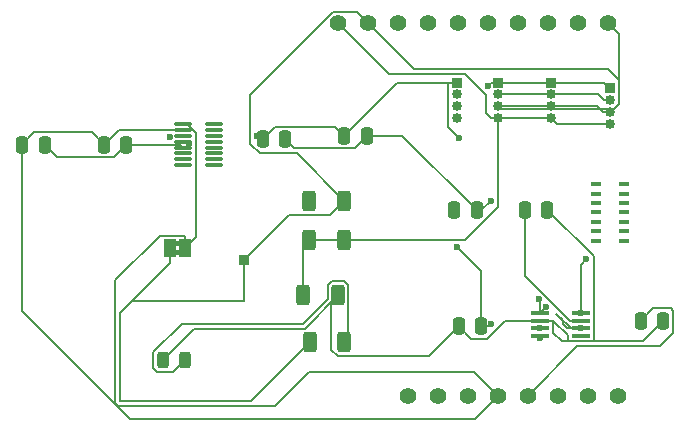
<source format=gbr>
%TF.GenerationSoftware,KiCad,Pcbnew,8.0.5*%
%TF.CreationDate,2024-11-24T20:26:59-06:00*%
%TF.ProjectId,Milestone2,4d696c65-7374-46f6-9e65-322e6b696361,rev?*%
%TF.SameCoordinates,Original*%
%TF.FileFunction,Copper,L1,Top*%
%TF.FilePolarity,Positive*%
%FSLAX46Y46*%
G04 Gerber Fmt 4.6, Leading zero omitted, Abs format (unit mm)*
G04 Created by KiCad (PCBNEW 8.0.5) date 2024-11-24 20:26:59*
%MOMM*%
%LPD*%
G01*
G04 APERTURE LIST*
G04 Aperture macros list*
%AMRoundRect*
0 Rectangle with rounded corners*
0 $1 Rounding radius*
0 $2 $3 $4 $5 $6 $7 $8 $9 X,Y pos of 4 corners*
0 Add a 4 corners polygon primitive as box body*
4,1,4,$2,$3,$4,$5,$6,$7,$8,$9,$2,$3,0*
0 Add four circle primitives for the rounded corners*
1,1,$1+$1,$2,$3*
1,1,$1+$1,$4,$5*
1,1,$1+$1,$6,$7*
1,1,$1+$1,$8,$9*
0 Add four rect primitives between the rounded corners*
20,1,$1+$1,$2,$3,$4,$5,0*
20,1,$1+$1,$4,$5,$6,$7,0*
20,1,$1+$1,$6,$7,$8,$9,0*
20,1,$1+$1,$8,$9,$2,$3,0*%
G04 Aperture macros list end*
%TA.AperFunction,EtchedComponent*%
%ADD10C,0.000000*%
%TD*%
%TA.AperFunction,SMDPad,CuDef*%
%ADD11RoundRect,0.250000X-0.312500X-0.625000X0.312500X-0.625000X0.312500X0.625000X-0.312500X0.625000X0*%
%TD*%
%TA.AperFunction,ComponentPad*%
%ADD12C,1.422000*%
%TD*%
%TA.AperFunction,SMDPad,CuDef*%
%ADD13RoundRect,0.250000X-0.250000X-0.475000X0.250000X-0.475000X0.250000X0.475000X-0.250000X0.475000X0*%
%TD*%
%TA.AperFunction,ComponentPad*%
%ADD14R,0.850000X0.850000*%
%TD*%
%TA.AperFunction,ComponentPad*%
%ADD15O,0.850000X0.850000*%
%TD*%
%TA.AperFunction,SMDPad,CuDef*%
%ADD16RoundRect,0.087500X-0.650000X-0.087500X0.650000X-0.087500X0.650000X0.087500X-0.650000X0.087500X0*%
%TD*%
%TA.AperFunction,SMDPad,CuDef*%
%ADD17R,1.000000X1.500000*%
%TD*%
%TA.AperFunction,SMDPad,CuDef*%
%ADD18RoundRect,0.243750X-0.243750X-0.456250X0.243750X-0.456250X0.243750X0.456250X-0.243750X0.456250X0*%
%TD*%
%TA.AperFunction,SMDPad,CuDef*%
%ADD19R,1.600000X0.300000*%
%TD*%
%TA.AperFunction,SMDPad,CuDef*%
%ADD20RoundRect,0.100000X-0.320000X-0.100000X0.320000X-0.100000X0.320000X0.100000X-0.320000X0.100000X0*%
%TD*%
%TA.AperFunction,ViaPad*%
%ADD21C,0.600000*%
%TD*%
%TA.AperFunction,Conductor*%
%ADD22C,0.200000*%
%TD*%
G04 APERTURE END LIST*
D10*
%TA.AperFunction,EtchedComponent*%
%TO.C,LED1*%
G36*
X143600000Y-88800000D02*
G01*
X143100000Y-88800000D01*
X143100000Y-88400000D01*
X143600000Y-88400000D01*
X143600000Y-88800000D01*
G37*
%TD.AperFunction*%
%TA.AperFunction,EtchedComponent*%
G36*
X143600000Y-89600000D02*
G01*
X143100000Y-89600000D01*
X143100000Y-89200000D01*
X143600000Y-89200000D01*
X143600000Y-89600000D01*
G37*
%TD.AperFunction*%
%TD*%
D11*
%TO.P,R4,1*%
%TO.N,Net-(J2-Pin_4)*%
X154037500Y-93000000D03*
%TO.P,R4,2*%
%TO.N,GND*%
X156962500Y-93000000D03*
%TD*%
D12*
%TO.P,U1,1,BOOT*%
%TO.N,unconnected-(U1-BOOT-Pad1)*%
X162880000Y-101500000D03*
%TO.P,U1,2,IOREF*%
%TO.N,unconnected-(U1-IOREF-Pad2)*%
X165420000Y-101500000D03*
%TO.P,U1,3,Reset*%
%TO.N,unconnected-(U1-Reset-Pad3)*%
X167960000Y-101500000D03*
%TO.P,U1,4,+3V3*%
%TO.N,Net-(INT1-B)*%
X170500000Y-101500000D03*
%TO.P,U1,5,+5V*%
%TO.N,Net-(U1-+5V)*%
X173040000Y-101500000D03*
%TO.P,U1,6,GND*%
%TO.N,unconnected-(U1-GND-Pad6)*%
X175580000Y-101500000D03*
%TO.P,U1,7,GND*%
%TO.N,unconnected-(U1-GND-Pad7)*%
X178120000Y-101500000D03*
%TO.P,U1,8,VIN*%
%TO.N,unconnected-(U1-VIN-Pad8)*%
X180660000Y-101500000D03*
%TD*%
D13*
%TO.P,C2,1*%
%TO.N,Net-(INT1-B)*%
X130237500Y-80250000D03*
%TO.P,C2,2*%
%TO.N,GND*%
X132137500Y-80250000D03*
%TD*%
%TO.P,C1,1*%
%TO.N,Net-(J1-Pin_1)*%
X166795000Y-85800000D03*
%TO.P,C1,2*%
%TO.N,GND*%
X168695000Y-85800000D03*
%TD*%
%TO.P,C6,1*%
%TO.N,Net-(J1-Pin_1)*%
X150587500Y-79750000D03*
%TO.P,C6,2*%
%TO.N,GND*%
X152487500Y-79750000D03*
%TD*%
D14*
%TO.P,J1,1,Pin_1*%
%TO.N,Net-(J1-Pin_1)*%
X167000000Y-75000000D03*
D15*
%TO.P,J1,2*%
%TO.N,N/C*%
X167000000Y-76000000D03*
%TO.P,J1,3*%
X167000000Y-77000000D03*
%TO.P,J1,4*%
X167000000Y-78000000D03*
%TD*%
D11*
%TO.P,R1,1*%
%TO.N,Net-(J2-Pin_3)*%
X154575000Y-97000000D03*
%TO.P,R1,2*%
%TO.N,Net-(D1-A)*%
X157500000Y-97000000D03*
%TD*%
D12*
%TO.P,U5,1,SCL*%
%TO.N,Net-(J2-Pin_4)*%
X157000000Y-70000000D03*
%TO.P,U5,2,SDA*%
%TO.N,Net-(J2-Pin_3)*%
X159540000Y-70000000D03*
%TO.P,U5,3,AREF*%
%TO.N,unconnected-(U5-AREF-Pad3)*%
X162080000Y-70000000D03*
%TO.P,U5,4,GND*%
%TO.N,unconnected-(U5-GND-Pad4)*%
X164620000Y-70000000D03*
%TO.P,U5,5,D13/SCK/CANRX0*%
%TO.N,unconnected-(U5-D13{slash}SCK{slash}CANRX0-Pad5)*%
X167160000Y-70000000D03*
%TO.P,U5,6,D12/CIPO*%
%TO.N,unconnected-(U5-D12{slash}CIPO-Pad6)*%
X169700000Y-70000000D03*
%TO.P,U5,7,~D11/COPI*%
%TO.N,unconnected-(U5-~D11{slash}COPI-Pad7)*%
X172240000Y-70000000D03*
%TO.P,U5,8,~D10/CS/CANTX0*%
%TO.N,unconnected-(U5-~D10{slash}CS{slash}CANTX0-Pad8)*%
X174780000Y-70000000D03*
%TO.P,U5,9,~D9*%
%TO.N,unconnected-(U5-~D9-Pad9)*%
X177320000Y-70000000D03*
%TO.P,U5,10,D8*%
%TO.N,Net-(J2-Pin_3)*%
X179860000Y-70000000D03*
%TD*%
D13*
%TO.P,C8,1*%
%TO.N,Net-(U1-+5V)*%
X182600000Y-95150000D03*
%TO.P,C8,2*%
%TO.N,GND*%
X184500000Y-95150000D03*
%TD*%
%TO.P,C7,1*%
%TO.N,Net-(J1-Pin_1)*%
X157500000Y-79500000D03*
%TO.P,C7,2*%
%TO.N,GND*%
X159400000Y-79500000D03*
%TD*%
D11*
%TO.P,R2,1*%
%TO.N,Net-(INT1-A)*%
X154537500Y-85000000D03*
%TO.P,R2,2*%
%TO.N,Net-(J2-Pin_3)*%
X157462500Y-85000000D03*
%TD*%
D13*
%TO.P,C3,1*%
%TO.N,Net-(U1-+5V)*%
X172795000Y-85800000D03*
%TO.P,C3,2*%
%TO.N,GND*%
X174695000Y-85800000D03*
%TD*%
D14*
%TO.P,J5,1,Pin_1*%
%TO.N,GND*%
X180000000Y-75500000D03*
D15*
%TO.P,J5,2,Pin_2*%
%TO.N,Net-(INT1-B)*%
X180000000Y-76500000D03*
%TO.P,J5,3,Pin_3*%
%TO.N,Net-(J2-Pin_3)*%
X180000000Y-77500000D03*
%TO.P,J5,4,Pin_4*%
%TO.N,Net-(J2-Pin_4)*%
X180000000Y-78500000D03*
%TD*%
D14*
%TO.P,J4,1,Pin_1*%
%TO.N,GND*%
X170500000Y-75000000D03*
D15*
%TO.P,J4,2,Pin_2*%
%TO.N,Net-(INT1-B)*%
X170500000Y-76000000D03*
%TO.P,J4,3,Pin_3*%
%TO.N,Net-(J2-Pin_3)*%
X170500000Y-77000000D03*
%TO.P,J4,4,Pin_4*%
%TO.N,Net-(J2-Pin_4)*%
X170500000Y-78000000D03*
%TD*%
D16*
%TO.P,U2,1,EN*%
%TO.N,Net-(INT1-B)*%
X143875000Y-78500000D03*
%TO.P,U2,2,IN*%
X143875000Y-79000000D03*
%TO.P,U2,3,OUT*%
%TO.N,Net-(J1-Pin_1)*%
X143875000Y-79500000D03*
%TO.P,U2,4,BP*%
%TO.N,GND*%
X143875000Y-80000000D03*
%TO.P,U2,5,GND*%
X143875000Y-80500000D03*
%TO.P,U2,6*%
%TO.N,N/C*%
X143875000Y-81000000D03*
%TO.P,U2,7*%
X143875000Y-81500000D03*
%TO.P,U2,8*%
X143875000Y-82000000D03*
%TO.P,U2,9*%
X146500000Y-82000000D03*
%TO.P,U2,10*%
X146500000Y-81500000D03*
%TO.P,U2,11*%
X146500000Y-81000000D03*
%TO.P,U2,12*%
X146500000Y-80500000D03*
%TO.P,U2,13*%
X146500000Y-80000000D03*
%TO.P,U2,14*%
X146500000Y-79500000D03*
%TO.P,U2,15*%
X146500000Y-79000000D03*
%TO.P,U2,16*%
X146500000Y-78500000D03*
%TD*%
D17*
%TO.P,LED1,1,A*%
%TO.N,Net-(J2-Pin_3)*%
X142700000Y-89000000D03*
%TO.P,LED1,2,B*%
%TO.N,Net-(INT1-B)*%
X144000000Y-89000000D03*
%TD*%
D18*
%TO.P,D1,1,K*%
%TO.N,GND*%
X142125000Y-98500000D03*
%TO.P,D1,2,A*%
%TO.N,Net-(D1-A)*%
X144000000Y-98500000D03*
%TD*%
D14*
%TO.P,J3,1,Pin_1*%
%TO.N,Net-(J2-Pin_3)*%
X149000000Y-90000000D03*
%TD*%
D13*
%TO.P,C4,1*%
%TO.N,Net-(INT1-B)*%
X137137500Y-80250000D03*
%TO.P,C4,2*%
%TO.N,GND*%
X139037500Y-80250000D03*
%TD*%
D19*
%TO.P,U4,1,B2*%
%TO.N,Net-(J2-Pin_3)*%
X174100000Y-94500000D03*
%TO.P,U4,2,GND*%
%TO.N,GND*%
X174100000Y-95150000D03*
%TO.P,U4,3,VCCA*%
%TO.N,Net-(J1-Pin_1)*%
X174100000Y-95800000D03*
%TO.P,U4,4,A2*%
%TO.N,Net-(J2-Pin_3)*%
X174100000Y-96450000D03*
%TO.P,U4,5,A1*%
X177500000Y-96450000D03*
%TO.P,U4,6,OE*%
%TO.N,Net-(J1-Pin_1)*%
X177500000Y-95800000D03*
%TO.P,U4,7,VCCB*%
%TO.N,Net-(U1-+5V)*%
X177500000Y-95150000D03*
%TO.P,U4,8,B1*%
%TO.N,Net-(J2-Pin_3)*%
X177500000Y-94500000D03*
%TD*%
D20*
%TO.P,U3,1*%
%TO.N,N/C*%
X178805000Y-83600000D03*
%TO.P,U3,2*%
X178805000Y-84400000D03*
%TO.P,U3,3*%
X178805000Y-85200000D03*
%TO.P,U3,4*%
X178805000Y-86000000D03*
%TO.P,U3,5*%
X178805000Y-86800000D03*
%TO.P,U3,6*%
X178805000Y-87600000D03*
%TO.P,U3,7*%
X178805000Y-88400000D03*
%TO.P,U3,8*%
X181195000Y-88400000D03*
%TO.P,U3,9*%
X181195000Y-87600000D03*
%TO.P,U3,10*%
X181195000Y-86800000D03*
%TO.P,U3,11*%
X181195000Y-86000000D03*
%TO.P,U3,12*%
X181195000Y-85200000D03*
%TO.P,U3,13*%
X181195000Y-84400000D03*
%TO.P,U3,14*%
X181195000Y-83600000D03*
%TD*%
D13*
%TO.P,C5,1*%
%TO.N,GND*%
X167200000Y-95650000D03*
%TO.P,C5,2*%
%TO.N,Net-(J1-Pin_1)*%
X169100000Y-95650000D03*
%TD*%
D11*
%TO.P,R3,1*%
%TO.N,Net-(J2-Pin_4)*%
X154537500Y-88290000D03*
%TO.P,R3,2*%
X157462500Y-88290000D03*
%TD*%
D14*
%TO.P,J2,1,Pin_1*%
%TO.N,GND*%
X175000000Y-75000000D03*
D15*
%TO.P,J2,2,Pin_2*%
%TO.N,Net-(INT1-B)*%
X175000000Y-76000000D03*
%TO.P,J2,3,Pin_3*%
%TO.N,Net-(J2-Pin_3)*%
X175000000Y-77000000D03*
%TO.P,J2,4,Pin_4*%
%TO.N,Net-(J2-Pin_4)*%
X175000000Y-78000000D03*
%TD*%
D21*
%TO.N,Net-(J2-Pin_3)*%
X173958578Y-93357108D03*
X174100000Y-96600003D03*
X174600735Y-93999265D03*
%TO.N,GND*%
X169900000Y-85000000D03*
X174695000Y-85800000D03*
%TO.N,Net-(J2-Pin_3)*%
X174600735Y-93999265D03*
X177500000Y-94500000D03*
X177994998Y-89948527D03*
%TO.N,Net-(J1-Pin_1)*%
X177500000Y-95800000D03*
%TO.N,GND*%
X144312500Y-80174999D03*
X152487500Y-79750000D03*
%TO.N,Net-(J1-Pin_1)*%
X150100000Y-79500000D03*
X142721507Y-79608727D03*
X167186918Y-79686917D03*
X167000000Y-88890000D03*
X166795000Y-85800000D03*
X169955607Y-95455607D03*
X174100000Y-95800000D03*
%TO.N,GND*%
X169628512Y-75329982D03*
X159400000Y-79500000D03*
%TO.N,Net-(INT1-B)*%
X144000000Y-89000000D03*
%TD*%
D22*
%TO.N,Net-(J2-Pin_3)*%
X174100000Y-93498530D02*
X173958578Y-93357108D01*
X174100000Y-94500000D02*
X174100000Y-93498530D01*
%TO.N,GND*%
X168695000Y-85800000D02*
X169100000Y-85800000D01*
X169100000Y-85800000D02*
X169900000Y-85000000D01*
%TO.N,Net-(J2-Pin_3)*%
X174100000Y-94500000D02*
X174600735Y-93999265D01*
X177500000Y-90443525D02*
X177994998Y-89948527D01*
X177500000Y-94500000D02*
X177500000Y-90443525D01*
%TO.N,Net-(J1-Pin_1)*%
X176684314Y-95800000D02*
X177500000Y-95800000D01*
X175442157Y-94557843D02*
X176684314Y-95800000D01*
X176365686Y-95800000D02*
X176032843Y-95467157D01*
X176000000Y-95115686D02*
X175442157Y-94557843D01*
X177500000Y-95800000D02*
X176365686Y-95800000D01*
X176032843Y-95467157D02*
X176000000Y-95434314D01*
X176000000Y-95434314D02*
X176000000Y-95115686D01*
%TO.N,GND*%
X178600000Y-89705000D02*
X178600000Y-96900000D01*
X178600000Y-96900000D02*
X176400000Y-96900000D01*
X176400000Y-96900000D02*
X176400000Y-96400000D01*
X176400000Y-96400000D02*
X175150000Y-95150000D01*
X174695000Y-85800000D02*
X178600000Y-89705000D01*
X175150000Y-95150000D02*
X174100000Y-95150000D01*
%TO.N,Net-(J2-Pin_3)*%
X177500000Y-96450000D02*
X177550000Y-96500000D01*
X178200000Y-96500000D02*
X177550000Y-96500000D01*
%TO.N,GND*%
X144137501Y-80000000D02*
X144312500Y-80174999D01*
X143875000Y-80000000D02*
X144137501Y-80000000D01*
%TO.N,Net-(J1-Pin_1)*%
X150350000Y-79750000D02*
X150100000Y-79500000D01*
X150587500Y-79750000D02*
X150350000Y-79750000D01*
X166275000Y-78774999D02*
X167186918Y-79686917D01*
X166275000Y-75100000D02*
X166275000Y-78774999D01*
X166375000Y-75000000D02*
X166275000Y-75100000D01*
X167000000Y-75000000D02*
X166375000Y-75000000D01*
X150587500Y-79750000D02*
X151612500Y-78725000D01*
X151612500Y-78725000D02*
X156725000Y-78725000D01*
X156725000Y-78725000D02*
X157500000Y-79500000D01*
X144500000Y-79500000D02*
X143875000Y-79500000D01*
X169100000Y-90990000D02*
X167000000Y-88890000D01*
X169100000Y-95650000D02*
X169100000Y-90990000D01*
X169761214Y-95650000D02*
X169955607Y-95455607D01*
X169100000Y-95650000D02*
X169761214Y-95650000D01*
%TO.N,GND*%
X170500000Y-75000000D02*
X169958494Y-75000000D01*
X169958494Y-75000000D02*
X169628512Y-75329982D01*
%TO.N,Net-(INT1-B)*%
X170500000Y-101500000D02*
X168500000Y-99500000D01*
X168500000Y-99500000D02*
X154500000Y-99500000D01*
X154500000Y-99500000D02*
X151600000Y-102400000D01*
X151600000Y-102400000D02*
X138334315Y-102400000D01*
X138334315Y-102400000D02*
X138100000Y-102165685D01*
X138100000Y-102165685D02*
X138100000Y-91750000D01*
X144000000Y-88050000D02*
X144000000Y-89000000D01*
X141900000Y-87950000D02*
X143900000Y-87950000D01*
X143900000Y-87950000D02*
X144000000Y-88050000D01*
X138100000Y-91750000D02*
X141900000Y-87950000D01*
%TO.N,Net-(U1-+5V)*%
X173040000Y-101500000D02*
X177240000Y-97300000D01*
X177240000Y-97300000D02*
X184200000Y-97300000D01*
X184200000Y-97300000D02*
X185300000Y-96200000D01*
X185300000Y-96200000D02*
X185300000Y-94300000D01*
X185300000Y-94300000D02*
X185125000Y-94125000D01*
X185125000Y-94125000D02*
X183625000Y-94125000D01*
X183625000Y-94125000D02*
X182600000Y-95150000D01*
%TO.N,GND*%
X179500000Y-75000000D02*
X175500000Y-75000000D01*
X170500000Y-75000000D02*
X175500000Y-75000000D01*
X175500000Y-75000000D02*
X175000000Y-75000000D01*
X152487500Y-79750000D02*
X153262500Y-80525000D01*
X153262500Y-80525000D02*
X158375000Y-80525000D01*
X158375000Y-80525000D02*
X159400000Y-79500000D01*
%TO.N,Net-(J2-Pin_3)*%
X157462500Y-85000000D02*
X153462500Y-81000000D01*
X153462500Y-81000000D02*
X150327756Y-81000000D01*
X149500000Y-76070230D02*
X156581230Y-68989000D01*
X150327756Y-81000000D02*
X149500000Y-80172244D01*
X149500000Y-80172244D02*
X149500000Y-76070230D01*
X158529000Y-68989000D02*
X159540000Y-70000000D01*
X156581230Y-68989000D02*
X158529000Y-68989000D01*
X149000000Y-90000000D02*
X152825000Y-86175000D01*
X152825000Y-86175000D02*
X156287500Y-86175000D01*
X156287500Y-86175000D02*
X157462500Y-85000000D01*
X142700000Y-89000000D02*
X142700000Y-90300000D01*
X142700000Y-90300000D02*
X139500000Y-93500000D01*
%TO.N,Net-(INT1-B)*%
X144000000Y-89000000D02*
X144912500Y-88087500D01*
X144912500Y-79249568D02*
X144162932Y-78500000D01*
X144912500Y-88087500D02*
X144912500Y-79249568D01*
X144162932Y-78500000D02*
X143875000Y-78500000D01*
%TO.N,GND*%
X168695000Y-85800000D02*
X162395000Y-79500000D01*
X162395000Y-79500000D02*
X159400000Y-79500000D01*
%TO.N,Net-(U1-+5V)*%
X177500000Y-95150000D02*
X176600000Y-95150000D01*
X176600000Y-95150000D02*
X172795000Y-91345000D01*
X172795000Y-91345000D02*
X172795000Y-85800000D01*
%TO.N,GND*%
X184500000Y-95150000D02*
X182750000Y-96900000D01*
X182750000Y-96900000D02*
X175900000Y-96900000D01*
X175100000Y-95150000D02*
X174100000Y-95150000D01*
X175900000Y-96900000D02*
X175200000Y-96200000D01*
X175200000Y-96200000D02*
X175200000Y-95250000D01*
X175200000Y-95250000D02*
X175100000Y-95150000D01*
%TO.N,Net-(J2-Pin_3)*%
X179860000Y-70000000D02*
X180725000Y-70865000D01*
X180725000Y-70865000D02*
X180725000Y-76800305D01*
X180725000Y-76800305D02*
X180025305Y-77500000D01*
X180025305Y-77500000D02*
X180000000Y-77500000D01*
X159540000Y-70000000D02*
X163415000Y-73875000D01*
X180300305Y-77225000D02*
X170725000Y-77225000D01*
X163415000Y-73875000D02*
X179825000Y-73875000D01*
X179825000Y-73875000D02*
X180725000Y-74775000D01*
X180725000Y-76800305D02*
X180300305Y-77225000D01*
X180725000Y-74775000D02*
X180725000Y-76800305D01*
X170725000Y-77225000D02*
X170500000Y-77000000D01*
%TO.N,Net-(J2-Pin_4)*%
X157000000Y-70000000D02*
X161275000Y-74275000D01*
X161275000Y-74275000D02*
X167725000Y-74275000D01*
X169898960Y-78000000D02*
X170500000Y-78000000D01*
X167725000Y-74275000D02*
X169500000Y-76050000D01*
X169500000Y-76050000D02*
X169500000Y-77601040D01*
X169500000Y-77601040D02*
X169898960Y-78000000D01*
%TO.N,Net-(INT1-B)*%
X170500000Y-101500000D02*
X168550055Y-103449945D01*
X168550055Y-103449945D02*
X139384260Y-103449945D01*
X130237500Y-94303185D02*
X130237500Y-80250000D01*
X139384260Y-103449945D02*
X130237500Y-94303185D01*
%TO.N,GND*%
X167200000Y-95650000D02*
X164675000Y-98175000D01*
X164675000Y-98175000D02*
X156952756Y-98175000D01*
X156400000Y-97622244D02*
X156400000Y-93562500D01*
X156952756Y-98175000D02*
X156400000Y-97622244D01*
X156400000Y-93562500D02*
X156962500Y-93000000D01*
X174100000Y-95150000D02*
X171109744Y-95150000D01*
X171109744Y-95150000D02*
X169584744Y-96675000D01*
X169584744Y-96675000D02*
X168225000Y-96675000D01*
X168225000Y-96675000D02*
X167200000Y-95650000D01*
%TO.N,Net-(INT1-B)*%
X137137500Y-80250000D02*
X138387500Y-79000000D01*
X138387500Y-79000000D02*
X143875000Y-79000000D01*
%TO.N,GND*%
X139037500Y-80250000D02*
X143625000Y-80250000D01*
X143625000Y-80250000D02*
X143875000Y-80500000D01*
X132137500Y-80250000D02*
X133162500Y-81275000D01*
X133162500Y-81275000D02*
X138012500Y-81275000D01*
X138012500Y-81275000D02*
X139037500Y-80250000D01*
%TO.N,Net-(INT1-B)*%
X130237500Y-80250000D02*
X131262500Y-79225000D01*
X131262500Y-79225000D02*
X136112500Y-79225000D01*
X136112500Y-79225000D02*
X137137500Y-80250000D01*
%TO.N,Net-(J2-Pin_4)*%
X157462500Y-88290000D02*
X167714744Y-88290000D01*
X167714744Y-88290000D02*
X170500000Y-85504744D01*
X170500000Y-85504744D02*
X170500000Y-78000000D01*
X154537500Y-88290000D02*
X157462500Y-88290000D01*
X154037500Y-93000000D02*
X154037500Y-88790000D01*
X154037500Y-88790000D02*
X154537500Y-88290000D01*
%TO.N,Net-(D1-A)*%
X144000000Y-98500000D02*
X143000000Y-99500000D01*
X157509744Y-91825000D02*
X157825000Y-92140256D01*
X143000000Y-99500000D02*
X141649268Y-99500000D01*
X141649268Y-99500000D02*
X141337500Y-99188232D01*
X141337500Y-97811768D02*
X143724268Y-95425000D01*
X153971814Y-95425000D02*
X156100000Y-93296814D01*
X141337500Y-99188232D02*
X141337500Y-97811768D01*
X143724268Y-95425000D02*
X153971814Y-95425000D01*
X156100000Y-93296814D02*
X156100000Y-92140256D01*
X156100000Y-92140256D02*
X156415256Y-91825000D01*
X157825000Y-92140256D02*
X157825000Y-96675000D01*
X156415256Y-91825000D02*
X157509744Y-91825000D01*
X157825000Y-96675000D02*
X157500000Y-97000000D01*
%TO.N,GND*%
X142125000Y-98500000D02*
X144800000Y-95825000D01*
X144800000Y-95825000D02*
X154137500Y-95825000D01*
X154137500Y-95825000D02*
X156962500Y-93000000D01*
%TO.N,Net-(J2-Pin_3)*%
X139500000Y-93500000D02*
X149000000Y-93500000D01*
X138500000Y-94500000D02*
X139500000Y-93500000D01*
X154575000Y-97000000D02*
X149575000Y-102000000D01*
X149575000Y-102000000D02*
X138500000Y-102000000D01*
X138500000Y-102000000D02*
X138500000Y-94500000D01*
X149000000Y-93500000D02*
X149000000Y-90000000D01*
%TO.N,Net-(J1-Pin_1)*%
X167000000Y-75000000D02*
X162000000Y-75000000D01*
X162000000Y-75000000D02*
X157500000Y-79500000D01*
%TO.N,Net-(J2-Pin_4)*%
X170500000Y-78000000D02*
X175000000Y-78000000D01*
%TO.N,Net-(J2-Pin_3)*%
X170500000Y-77000000D02*
X175000000Y-77000000D01*
%TO.N,Net-(INT1-B)*%
X170500000Y-76000000D02*
X175000000Y-76000000D01*
%TO.N,GND*%
X170500000Y-75000000D02*
X175000000Y-75000000D01*
%TO.N,Net-(J2-Pin_4)*%
X180000000Y-78500000D02*
X175500000Y-78500000D01*
X175500000Y-78500000D02*
X175000000Y-78000000D01*
%TO.N,Net-(J2-Pin_3)*%
X180000000Y-77500000D02*
X179398960Y-77500000D01*
X179398960Y-77500000D02*
X178898960Y-77000000D01*
X178898960Y-77000000D02*
X175000000Y-77000000D01*
%TO.N,Net-(INT1-B)*%
X180000000Y-76500000D02*
X179500000Y-76500000D01*
X179500000Y-76500000D02*
X179000000Y-76000000D01*
X179000000Y-76000000D02*
X175000000Y-76000000D01*
%TO.N,GND*%
X180000000Y-75500000D02*
X179500000Y-75000000D01*
%TD*%
M02*

</source>
